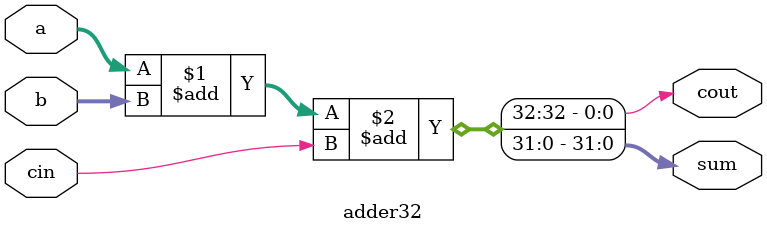
<source format=sv>
module adder32(sum, cout, a, b, cin);
	output logic [31:0] sum;
	output logic cout;
	input logic [31:0] a, b;
	input logic cin;

assign {cout, sum} = a + b + cin;
endmodule
</source>
